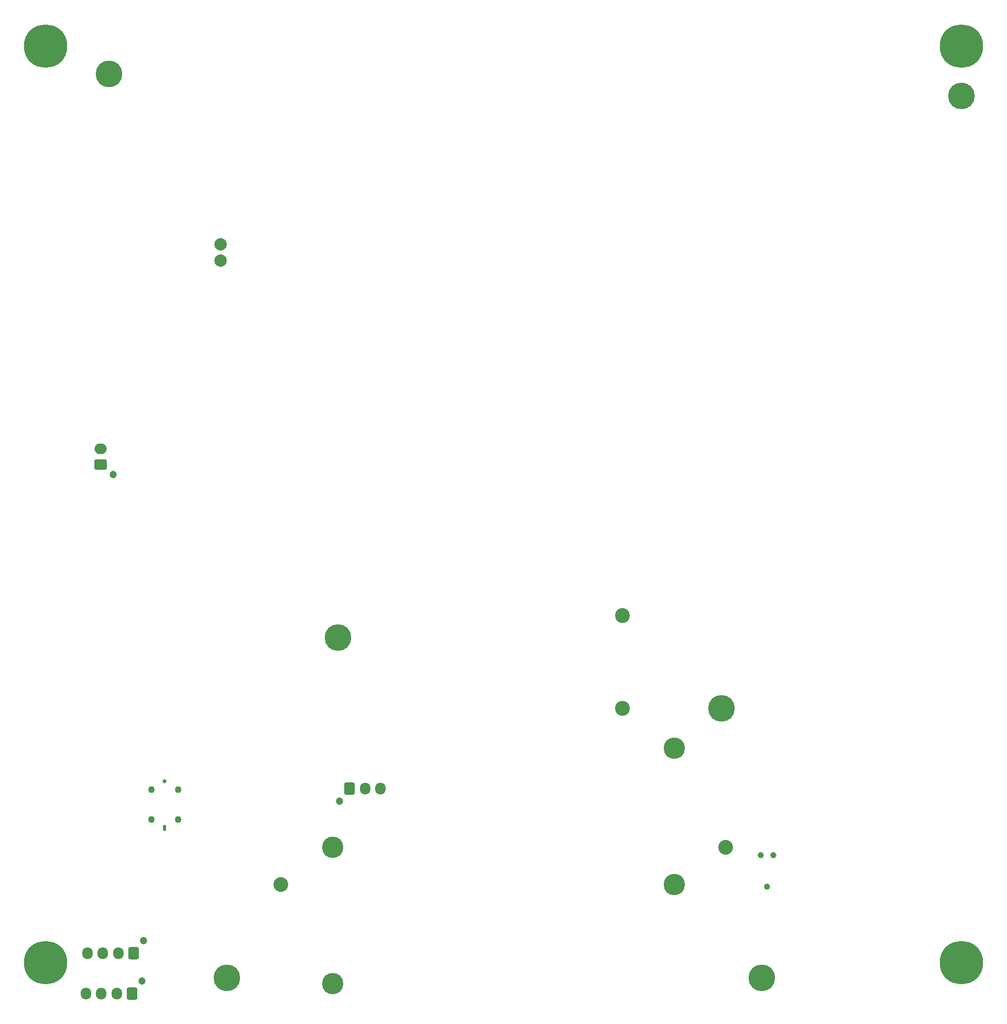
<source format=gbr>
%TF.GenerationSoftware,KiCad,Pcbnew,8.0.2*%
%TF.CreationDate,2024-06-03T23:57:49-04:00*%
%TF.ProjectId,IGGDriver,49474744-7269-4766-9572-2e6b69636164,rev?*%
%TF.SameCoordinates,Original*%
%TF.FileFunction,Soldermask,Bot*%
%TF.FilePolarity,Negative*%
%FSLAX46Y46*%
G04 Gerber Fmt 4.6, Leading zero omitted, Abs format (unit mm)*
G04 Created by KiCad (PCBNEW 8.0.2) date 2024-06-03 23:57:49*
%MOMM*%
%LPD*%
G01*
G04 APERTURE LIST*
G04 Aperture macros list*
%AMRoundRect*
0 Rectangle with rounded corners*
0 $1 Rounding radius*
0 $2 $3 $4 $5 $6 $7 $8 $9 X,Y pos of 4 corners*
0 Add a 4 corners polygon primitive as box body*
4,1,4,$2,$3,$4,$5,$6,$7,$8,$9,$2,$3,0*
0 Add four circle primitives for the rounded corners*
1,1,$1+$1,$2,$3*
1,1,$1+$1,$4,$5*
1,1,$1+$1,$6,$7*
1,1,$1+$1,$8,$9*
0 Add four rect primitives between the rounded corners*
20,1,$1+$1,$2,$3,$4,$5,0*
20,1,$1+$1,$4,$5,$6,$7,0*
20,1,$1+$1,$6,$7,$8,$9,0*
20,1,$1+$1,$8,$9,$2,$3,0*%
G04 Aperture macros list end*
%ADD10C,1.200000*%
%ADD11RoundRect,0.250000X-0.600000X-0.725000X0.600000X-0.725000X0.600000X0.725000X-0.600000X0.725000X0*%
%ADD12O,1.700000X1.950000*%
%ADD13C,0.990600*%
%ADD14C,4.300000*%
%ADD15C,2.390000*%
%ADD16C,3.450000*%
%ADD17RoundRect,0.250000X0.750000X-0.600000X0.750000X0.600000X-0.750000X0.600000X-0.750000X-0.600000X0*%
%ADD18O,2.000000X1.700000*%
%ADD19RoundRect,0.250000X0.600000X0.725000X-0.600000X0.725000X-0.600000X-0.725000X0.600000X-0.725000X0*%
%ADD20C,2.000000*%
%ADD21C,7.000000*%
%ADD22C,0.660000*%
%ADD23O,0.580000X1.000000*%
%ADD24C,1.100000*%
%ADD25C,2.400000*%
G04 APERTURE END LIST*
D10*
%TO.C,J3*%
X127250000Y-138450000D03*
D11*
X128850000Y-136450000D03*
D12*
X131350000Y-136450000D03*
X133850000Y-136450000D03*
%TD*%
D13*
%TO.C,J5*%
X196365000Y-152270000D03*
X195349000Y-147190000D03*
X197381000Y-147190000D03*
%TD*%
D14*
%TO.C,H5*%
X90000000Y-21000000D03*
%TD*%
D15*
%TO.C,BT1*%
X189630000Y-145900000D03*
D16*
X181300000Y-129900000D03*
X126100000Y-145900000D03*
%TD*%
D14*
%TO.C,H2*%
X109000000Y-167000000D03*
%TD*%
D10*
%TO.C,J1002*%
X90625000Y-85700000D03*
D17*
X88625000Y-84100000D03*
D18*
X88625000Y-81600000D03*
%TD*%
D14*
%TO.C,H4*%
X195500000Y-167000000D03*
%TD*%
D10*
%TO.C,J1*%
X95600000Y-161000000D03*
D19*
X94000000Y-163000000D03*
D12*
X91500000Y-163000000D03*
X89000000Y-163000000D03*
X86500000Y-163000000D03*
%TD*%
D10*
%TO.C,J7*%
X95350000Y-167525000D03*
D19*
X93750000Y-169525000D03*
D12*
X91250000Y-169525000D03*
X88750000Y-169525000D03*
X86250000Y-169525000D03*
%TD*%
D20*
%TO.C,TP1001*%
X108000000Y-51200000D03*
%TD*%
D21*
%TO.C,U13*%
X79750000Y-16500000D03*
X79750000Y-164500000D03*
X227750000Y-16500000D03*
X227750000Y-164500000D03*
%TD*%
D22*
%TO.C,J6*%
X99000000Y-135250001D03*
D23*
X99000000Y-142749999D03*
D24*
X101150000Y-136600000D03*
X96850000Y-136600000D03*
X101150000Y-141400000D03*
X96850000Y-141400000D03*
%TD*%
D14*
%TO.C,H6*%
X127000000Y-112000000D03*
%TD*%
%TO.C,H1*%
X189000000Y-123500000D03*
%TD*%
D20*
%TO.C,TP1002*%
X108000000Y-48500000D03*
%TD*%
D15*
%TO.C,BT2*%
X117770000Y-151900000D03*
D16*
X126100000Y-167900000D03*
X181300000Y-151900000D03*
%TD*%
D14*
%TO.C,H3*%
X227700000Y-24600000D03*
%TD*%
D25*
%TO.C,C106*%
X173000000Y-123500000D03*
X173000000Y-108500000D03*
%TD*%
M02*

</source>
